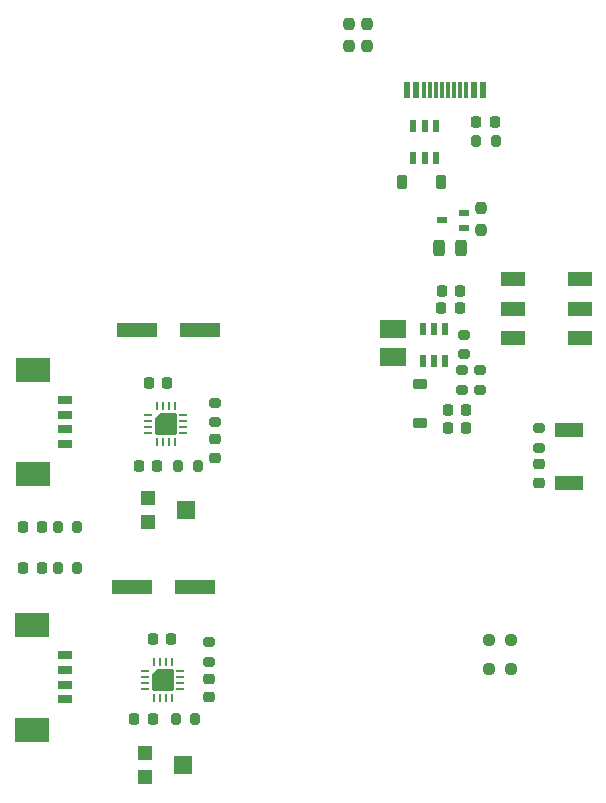
<source format=gtp>
%TF.GenerationSoftware,KiCad,Pcbnew,7.0.10-7.0.10~ubuntu22.04.1*%
%TF.CreationDate,2024-02-13T17:03:34+08:00*%
%TF.ProjectId,motor-controller-pcb,6d6f746f-722d-4636-9f6e-74726f6c6c65,2.1b1*%
%TF.SameCoordinates,Original*%
%TF.FileFunction,Paste,Top*%
%TF.FilePolarity,Positive*%
%FSLAX46Y46*%
G04 Gerber Fmt 4.6, Leading zero omitted, Abs format (unit mm)*
G04 Created by KiCad (PCBNEW 7.0.10-7.0.10~ubuntu22.04.1) date 2024-02-13 17:03:34*
%MOMM*%
%LPD*%
G01*
G04 APERTURE LIST*
G04 Aperture macros list*
%AMRoundRect*
0 Rectangle with rounded corners*
0 $1 Rounding radius*
0 $2 $3 $4 $5 $6 $7 $8 $9 X,Y pos of 4 corners*
0 Add a 4 corners polygon primitive as box body*
4,1,4,$2,$3,$4,$5,$6,$7,$8,$9,$2,$3,0*
0 Add four circle primitives for the rounded corners*
1,1,$1+$1,$2,$3*
1,1,$1+$1,$4,$5*
1,1,$1+$1,$6,$7*
1,1,$1+$1,$8,$9*
0 Add four rect primitives between the rounded corners*
20,1,$1+$1,$2,$3,$4,$5,0*
20,1,$1+$1,$4,$5,$6,$7,0*
20,1,$1+$1,$6,$7,$8,$9,0*
20,1,$1+$1,$8,$9,$2,$3,0*%
%AMFreePoly0*
4,1,14,0.885355,0.885355,0.900000,0.850000,0.900000,-0.850000,0.885355,-0.885355,0.850000,-0.900000,-0.500000,-0.900000,-0.535355,-0.885356,-0.885355,-0.535355,-0.900000,-0.500000,-0.900000,0.850000,-0.885355,0.885355,-0.850000,0.900000,0.850000,0.900000,0.885355,0.885355,0.885355,0.885355,$1*%
G04 Aperture macros list end*
%ADD10R,2.000000X1.200000*%
%ADD11R,1.300000X0.800000*%
%ADD12R,3.000000X2.100000*%
%ADD13RoundRect,0.225000X0.225000X0.250000X-0.225000X0.250000X-0.225000X-0.250000X0.225000X-0.250000X0*%
%ADD14RoundRect,0.200000X-0.200000X-0.275000X0.200000X-0.275000X0.200000X0.275000X-0.200000X0.275000X0*%
%ADD15R,0.800000X0.280000*%
%ADD16R,0.280000X0.800000*%
%ADD17FreePoly0,270.000000*%
%ADD18RoundRect,0.200000X0.275000X-0.200000X0.275000X0.200000X-0.275000X0.200000X-0.275000X-0.200000X0*%
%ADD19R,2.400000X1.300000*%
%ADD20RoundRect,0.225000X-0.225000X-0.250000X0.225000X-0.250000X0.225000X0.250000X-0.225000X0.250000X0*%
%ADD21R,1.200000X1.200000*%
%ADD22R,1.500000X1.600000*%
%ADD23R,3.500000X1.200000*%
%ADD24RoundRect,0.225000X-0.250000X0.225000X-0.250000X-0.225000X0.250000X-0.225000X0.250000X0.225000X0*%
%ADD25R,0.600000X1.450000*%
%ADD26R,0.300000X1.450000*%
%ADD27R,0.600000X1.100000*%
%ADD28RoundRect,0.200000X0.200000X0.275000X-0.200000X0.275000X-0.200000X-0.275000X0.200000X-0.275000X0*%
%ADD29RoundRect,0.218750X-0.218750X-0.256250X0.218750X-0.256250X0.218750X0.256250X-0.218750X0.256250X0*%
%ADD30RoundRect,0.225000X0.375000X-0.225000X0.375000X0.225000X-0.375000X0.225000X-0.375000X-0.225000X0*%
%ADD31R,0.920000X0.520000*%
%ADD32R,2.160000X1.630000*%
%ADD33RoundRect,0.225000X-0.225000X-0.375000X0.225000X-0.375000X0.225000X0.375000X-0.225000X0.375000X0*%
%ADD34RoundRect,0.225000X0.250000X-0.225000X0.250000X0.225000X-0.250000X0.225000X-0.250000X-0.225000X0*%
%ADD35RoundRect,0.200000X-0.275000X0.200000X-0.275000X-0.200000X0.275000X-0.200000X0.275000X0.200000X0*%
%ADD36RoundRect,0.237500X-0.237500X0.250000X-0.237500X-0.250000X0.237500X-0.250000X0.237500X0.250000X0*%
%ADD37RoundRect,0.237500X0.250000X0.237500X-0.250000X0.237500X-0.250000X-0.237500X0.250000X-0.237500X0*%
%ADD38RoundRect,0.237500X0.237500X-0.250000X0.237500X0.250000X-0.237500X0.250000X-0.237500X-0.250000X0*%
%ADD39RoundRect,0.243750X-0.243750X-0.456250X0.243750X-0.456250X0.243750X0.456250X-0.243750X0.456250X0*%
%ADD40RoundRect,0.237500X-0.250000X-0.237500X0.250000X-0.237500X0.250000X0.237500X-0.250000X0.237500X0*%
G04 APERTURE END LIST*
D10*
%TO.C,SW1*%
X152650000Y-82650000D03*
X152650000Y-85150000D03*
X152650000Y-87650000D03*
X146950000Y-82650000D03*
X146950000Y-85150000D03*
X146950000Y-87650000D03*
%TD*%
D11*
%TO.C,J3*%
X109020000Y-92850000D03*
X109020000Y-94110000D03*
X109020000Y-95350000D03*
X109020000Y-96600000D03*
D12*
X106280000Y-99160000D03*
X106280000Y-90300000D03*
%TD*%
D13*
%TO.C,C9*%
X142450000Y-85120000D03*
X140900000Y-85120000D03*
%TD*%
D14*
%TO.C,R7*%
X143835000Y-70930000D03*
X145485000Y-70930000D03*
%TD*%
D15*
%TO.C,U3*%
X115805000Y-115840000D03*
X115805000Y-116340000D03*
X115805000Y-116840000D03*
X115805000Y-117340000D03*
D16*
X116555000Y-118090000D03*
X117055000Y-118090000D03*
X117555000Y-118090000D03*
X118055000Y-118090000D03*
D15*
X118805000Y-117340000D03*
X118805000Y-116840000D03*
X118805000Y-116340000D03*
X118805000Y-115840000D03*
D16*
X118055000Y-115090000D03*
X117555000Y-115090000D03*
X117055000Y-115090000D03*
X116555000Y-115090000D03*
D17*
X117305000Y-116590000D03*
%TD*%
D18*
%TO.C,R14*%
X142670000Y-92010000D03*
X142670000Y-90360000D03*
%TD*%
D11*
%TO.C,J5*%
X108990000Y-114460000D03*
X108990000Y-115720000D03*
X108990000Y-116960000D03*
X108990000Y-118210000D03*
D12*
X106250000Y-120770000D03*
X106250000Y-111910000D03*
%TD*%
D19*
%TO.C,SW2*%
X151710000Y-95370000D03*
X151710000Y-99870000D03*
%TD*%
D20*
%TO.C,C6*%
X140910000Y-83600000D03*
X142460000Y-83600000D03*
%TD*%
D21*
%TO.C,RV1*%
X116070000Y-101170000D03*
D22*
X119310000Y-102170000D03*
D21*
X116070000Y-103170000D03*
%TD*%
D20*
%TO.C,C3*%
X143870000Y-69370000D03*
X145420000Y-69370000D03*
%TD*%
D23*
%TO.C,C14*%
X120025000Y-108700000D03*
X114685000Y-108700000D03*
%TD*%
D24*
%TO.C,C1*%
X121740000Y-96190000D03*
X121740000Y-97740000D03*
%TD*%
%TO.C,C8*%
X121225000Y-116470000D03*
X121225000Y-118020000D03*
%TD*%
D25*
%TO.C,J1*%
X144450000Y-66585000D03*
X143650000Y-66585000D03*
D26*
X142450000Y-66585000D03*
X141450000Y-66585000D03*
X140950000Y-66585000D03*
X139950000Y-66585000D03*
D25*
X138750000Y-66585000D03*
X137950000Y-66585000D03*
X137950000Y-66585000D03*
X138750000Y-66585000D03*
D26*
X139450000Y-66585000D03*
X140450000Y-66585000D03*
X141950000Y-66585000D03*
X142950000Y-66585000D03*
D25*
X143650000Y-66585000D03*
X144450000Y-66585000D03*
%TD*%
D27*
%TO.C,U2*%
X139320000Y-89532500D03*
X140270000Y-89532500D03*
X141220000Y-89532500D03*
X141220000Y-86832500D03*
X140270000Y-86832500D03*
X139320000Y-86832500D03*
%TD*%
D28*
%TO.C,R9*%
X110085000Y-103590000D03*
X108435000Y-103590000D03*
%TD*%
D29*
%TO.C,D3*%
X105485000Y-107110000D03*
X107060000Y-107110000D03*
%TD*%
D18*
%TO.C,R13*%
X142790000Y-88980000D03*
X142790000Y-87330000D03*
%TD*%
D20*
%TO.C,C11*%
X141450000Y-95270000D03*
X143000000Y-95270000D03*
%TD*%
D30*
%TO.C,D4*%
X139050000Y-94820000D03*
X139050000Y-91520000D03*
%TD*%
D31*
%TO.C,Q2*%
X142815000Y-78300000D03*
X142815000Y-77000000D03*
X140915000Y-77650000D03*
%TD*%
D32*
%TO.C,L1*%
X136760000Y-86850000D03*
X136760000Y-89190000D03*
%TD*%
D33*
%TO.C,D1*%
X137535000Y-74415000D03*
X140835000Y-74415000D03*
%TD*%
D13*
%TO.C,C12*%
X143000000Y-93730000D03*
X141450000Y-93730000D03*
%TD*%
D15*
%TO.C,U1*%
X116060000Y-94170000D03*
X116060000Y-94670000D03*
X116060000Y-95170000D03*
X116060000Y-95670000D03*
D16*
X116810000Y-96420000D03*
X117310000Y-96420000D03*
X117810000Y-96420000D03*
X118310000Y-96420000D03*
D15*
X119060000Y-95670000D03*
X119060000Y-95170000D03*
X119060000Y-94670000D03*
X119060000Y-94170000D03*
D16*
X118310000Y-93420000D03*
X117810000Y-93420000D03*
X117310000Y-93420000D03*
X116810000Y-93420000D03*
D17*
X117560000Y-94920000D03*
%TD*%
D28*
%TO.C,R10*%
X110065000Y-107110000D03*
X108415000Y-107110000D03*
%TD*%
D34*
%TO.C,C7*%
X149120000Y-99860000D03*
X149120000Y-98310000D03*
%TD*%
D13*
%TO.C,C13*%
X118025000Y-113100000D03*
X116475000Y-113100000D03*
%TD*%
D18*
%TO.C,R12*%
X149130000Y-96910000D03*
X149130000Y-95260000D03*
%TD*%
D27*
%TO.C,Q1*%
X138535000Y-72375000D03*
X139485000Y-72375000D03*
X140435000Y-72375000D03*
X140435000Y-69675000D03*
X139485000Y-69675000D03*
X138535000Y-69675000D03*
%TD*%
D13*
%TO.C,C4*%
X117680000Y-91390000D03*
X116130000Y-91390000D03*
%TD*%
D35*
%TO.C,R1*%
X121740000Y-93100000D03*
X121740000Y-94750000D03*
%TD*%
D28*
%TO.C,R16*%
X120045000Y-119850000D03*
X118395000Y-119850000D03*
%TD*%
D36*
%TO.C,R8*%
X144275000Y-76625000D03*
X144275000Y-78450000D03*
%TD*%
%TO.C,R2*%
X133050000Y-61055000D03*
X133050000Y-62880000D03*
%TD*%
D37*
%TO.C,R4*%
X146770000Y-113230000D03*
X144945000Y-113230000D03*
%TD*%
D23*
%TO.C,C5*%
X120460000Y-86940000D03*
X115120000Y-86940000D03*
%TD*%
D13*
%TO.C,C2*%
X116860000Y-98440000D03*
X115310000Y-98440000D03*
%TD*%
D35*
%TO.C,R11*%
X121255000Y-113400000D03*
X121255000Y-115050000D03*
%TD*%
D13*
%TO.C,C10*%
X116455000Y-119850000D03*
X114905000Y-119850000D03*
%TD*%
D29*
%TO.C,D2*%
X105497500Y-103590000D03*
X107072500Y-103590000D03*
%TD*%
D21*
%TO.C,RV2*%
X115810000Y-122770000D03*
D22*
X119050000Y-123770000D03*
D21*
X115810000Y-124770000D03*
%TD*%
D38*
%TO.C,R3*%
X134560000Y-62885000D03*
X134560000Y-61060000D03*
%TD*%
D39*
%TO.C,F1*%
X140670000Y-80010000D03*
X142545000Y-80010000D03*
%TD*%
D28*
%TO.C,R6*%
X120280000Y-98460000D03*
X118630000Y-98460000D03*
%TD*%
D40*
%TO.C,R5*%
X144925000Y-115660000D03*
X146750000Y-115660000D03*
%TD*%
D35*
%TO.C,R15*%
X144170000Y-90360000D03*
X144170000Y-92010000D03*
%TD*%
M02*

</source>
